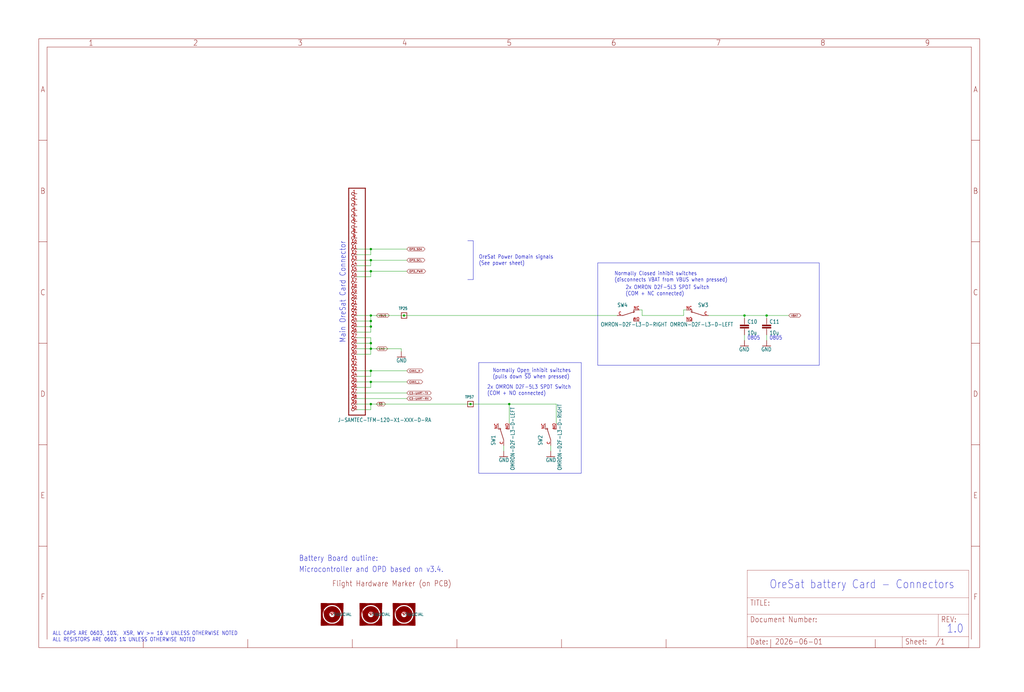
<source format=kicad_sch>
(kicad_sch (version 20230121) (generator eeschema)
  (paper "User" 469.9 317.551)
  (lib_symbols
    (symbol "oresat-batteries-eagle-import:C-EU0805-B-NOSILK"
      (property "Reference" "C" (at 1.524 0.381 0))
      (symbol "C-EU0805-B-NOSILK_1_0"
        (rectangle (start -2.032 -2.032) (end 2.032 -1.524) (fill (type outline)))
        (rectangle (start -2.032 -1.016) (end 2.032 -0.508) (fill (type outline)))
        (polyline (pts (xy 0 -2.54) (xy 0 -2.032)) (stroke (width 0.1524)))
        (polyline (pts (xy 0 0) (xy 0 -0.508)) (stroke (width 0.1524)))
        (pin passive line (at 0 2.54 270) (length 2.54) (name "1") (number "1"))
        (pin passive line (at 0 -5.08 90) (length 2.54) (name "2") (number "2"))
      )
    )
    (symbol "oresat-batteries-eagle-import:FIDUCIAL-1.0X2.0"
      (symbol "FIDUCIAL-1.0X2.0_1_0"
        (rectangle (start -5.08 -5.08) (end -3.556 -2.54) (fill (type outline)))
        (rectangle (start -5.08 -5.08) (end -2.54 -3.556) (fill (type outline)))
        (rectangle (start -5.08 2.54) (end -3.556 5.08) (fill (type outline)))
        (rectangle (start -5.08 3.556) (end -2.54 5.08) (fill (type outline)))
        (polyline (pts (xy -5.08 -5.08) (xy -5.08 5.08)) (stroke (width 0.127)))
        (polyline (pts (xy -5.08 -5.08) (xy 5.08 -5.08)) (stroke (width 0.127)))
        (polyline (pts (xy -5.08 5.08) (xy 5.08 5.08)) (stroke (width 0.127)))
        (polyline (pts (xy -4.699 2.54) (xy -4.699 -2.54)) (stroke (width 0.762)))
        (polyline (pts (xy -2.54 -4.699) (xy 2.54 -4.699)) (stroke (width 0.762)))
        (polyline (pts (xy -2.54 4.699) (xy 2.54 4.699)) (stroke (width 0.762)))
        (polyline (pts (xy 4.699 -2.54) (xy 4.699 2.54)) (stroke (width 0.762)))
        (polyline (pts (xy 5.08 5.08) (xy 5.08 -5.08)) (stroke (width 0.127)))
        (circle (center 0 0) (radius 2.54) (stroke (width 2.54)))
        (circle (center 0 0) (radius 4.699) (stroke (width 0.762)))
        (rectangle (start 2.54 -5.08) (end 5.08 -3.556) (fill (type outline)))
        (rectangle (start 2.54 3.556) (end 5.08 5.08) (fill (type outline)))
        (rectangle (start 3.556 -5.08) (end 5.08 -2.54) (fill (type outline)))
        (rectangle (start 3.556 2.54) (end 5.08 5.08) (fill (type outline)))
        (pin no_connect line (at 0 0 0) (length 0) (name "FIDUCIAL") (number "FIDUCIAL"))
      )
    )
    (symbol "oresat-batteries-eagle-import:FLIGHMARKERNEW"
      (symbol "FLIGHMARKERNEW_1_0"
        (text "Flight Hardware Marker (on PCB)" (at 0 0 0) (effects (font (size 2.54 2.159)) (justify left bottom)))
      )
    )
    (symbol "oresat-batteries-eagle-import:J-SAMTEC-TFM-120-X1-XXX-D-RA"
      (property "Reference" "J" (at -6.35 51.435 0))
      (symbol "J-SAMTEC-TFM-120-X1-XXX-D-RA_1_0"
        (polyline (pts (xy -6.35 -53.34) (xy 1.27 -53.34)) (stroke (width 0.4064)))
        (polyline (pts (xy -6.35 50.8) (xy -6.35 -53.34)) (stroke (width 0.4064)))
        (polyline (pts (xy 1.27 -53.34) (xy 1.27 50.8)) (stroke (width 0.4064)))
        (polyline (pts (xy 1.27 50.8) (xy -6.35 50.8)) (stroke (width 0.4064)))
        (pin passive inverted (at -2.54 48.26 0) (length 2.54) (name "1") (number "1"))
        (pin passive inverted (at -2.54 25.4 0) (length 2.54) (name "10") (number "10"))
        (pin passive inverted (at -2.54 22.86 0) (length 2.54) (name "11") (number "11"))
        (pin passive inverted (at -2.54 20.32 0) (length 2.54) (name "12") (number "12"))
        (pin passive inverted (at -2.54 17.78 0) (length 2.54) (name "13") (number "13"))
        (pin passive inverted (at -2.54 15.24 0) (length 2.54) (name "14") (number "14"))
        (pin passive inverted (at -2.54 12.7 0) (length 2.54) (name "15") (number "15"))
        (pin passive inverted (at -2.54 10.16 0) (length 2.54) (name "16") (number "16"))
        (pin passive inverted (at -2.54 7.62 0) (length 2.54) (name "17") (number "17"))
        (pin passive inverted (at -2.54 5.08 0) (length 2.54) (name "18") (number "18"))
        (pin passive inverted (at -2.54 2.54 0) (length 2.54) (name "19") (number "19"))
        (pin passive inverted (at -2.54 45.72 0) (length 2.54) (name "2") (number "2"))
        (pin passive inverted (at -2.54 0 0) (length 2.54) (name "20") (number "20"))
        (pin passive inverted (at -2.54 -2.54 0) (length 2.54) (name "21") (number "21"))
        (pin passive inverted (at -2.54 -5.08 0) (length 2.54) (name "22") (number "22"))
        (pin passive inverted (at -2.54 -7.62 0) (length 2.54) (name "23") (number "23"))
        (pin passive inverted (at -2.54 -10.16 0) (length 2.54) (name "24") (number "24"))
        (pin passive inverted (at -2.54 -12.7 0) (length 2.54) (name "25") (number "25"))
        (pin passive inverted (at -2.54 -15.24 0) (length 2.54) (name "26") (number "26"))
        (pin passive inverted (at -2.54 -17.78 0) (length 2.54) (name "27") (number "27"))
        (pin passive inverted (at -2.54 -20.32 0) (length 2.54) (name "28") (number "28"))
        (pin passive inverted (at -2.54 -22.86 0) (length 2.54) (name "29") (number "29"))
        (pin passive inverted (at -2.54 43.18 0) (length 2.54) (name "3") (number "3"))
        (pin passive inverted (at -2.54 -25.4 0) (length 2.54) (name "30") (number "30"))
        (pin passive inverted (at -2.54 -27.94 0) (length 2.54) (name "31") (number "31"))
        (pin passive inverted (at -2.54 -30.48 0) (length 2.54) (name "32") (number "32"))
        (pin passive inverted (at -2.54 -33.02 0) (length 2.54) (name "33") (number "33"))
        (pin passive inverted (at -2.54 -35.56 0) (length 2.54) (name "34") (number "34"))
        (pin passive inverted (at -2.54 -38.1 0) (length 2.54) (name "35") (number "35"))
        (pin passive inverted (at -2.54 -40.64 0) (length 2.54) (name "36") (number "36"))
        (pin passive inverted (at -2.54 -43.18 0) (length 2.54) (name "37") (number "37"))
        (pin passive inverted (at -2.54 -45.72 0) (length 2.54) (name "38") (number "38"))
        (pin passive inverted (at -2.54 -48.26 0) (length 2.54) (name "39") (number "39"))
        (pin passive inverted (at -2.54 40.64 0) (length 2.54) (name "4") (number "4"))
        (pin passive inverted (at -2.54 -50.8 0) (length 2.54) (name "40") (number "40"))
        (pin passive inverted (at -2.54 38.1 0) (length 2.54) (name "5") (number "5"))
        (pin passive inverted (at -2.54 35.56 0) (length 2.54) (name "6") (number "6"))
        (pin passive inverted (at -2.54 33.02 0) (length 2.54) (name "7") (number "7"))
        (pin passive inverted (at -2.54 30.48 0) (length 2.54) (name "8") (number "8"))
        (pin passive inverted (at -2.54 27.94 0) (length 2.54) (name "9") (number "9"))
      )
    )
    (symbol "oresat-batteries-eagle-import:OMRON-D2F-L3-D-LEFT"
      (property "Reference" "SW" (at -5.08 3.81 0))
      (symbol "OMRON-D2F-L3-D-LEFT_1_0"
        (polyline (pts (xy -2.54 0) (xy 3.048 1.778)) (stroke (width 0.254)))
        (polyline (pts (xy 2.54 -2.54) (xy 2.54 -1.27)) (stroke (width 0.254)))
        (polyline (pts (xy 2.54 2.54) (xy 2.54 1.27)) (stroke (width 0.254)))
        (pin passive line (at -5.08 0 0) (length 2.54) (name "COM") (number "C"))
        (pin passive line (at 5.08 2.54 180) (length 2.54) (name "NC") (number "NC"))
        (pin passive line (at 5.08 -2.54 180) (length 2.54) (name "NO") (number "NO"))
      )
    )
    (symbol "oresat-batteries-eagle-import:OMRON-D2F-L3-D-RIGHT"
      (property "Reference" "SW" (at -5.08 3.81 0))
      (symbol "OMRON-D2F-L3-D-RIGHT_1_0"
        (polyline (pts (xy -2.54 0) (xy 3.048 1.778)) (stroke (width 0.254)))
        (polyline (pts (xy 2.54 -2.54) (xy 2.54 -1.27)) (stroke (width 0.254)))
        (polyline (pts (xy 2.54 2.54) (xy 2.54 1.27)) (stroke (width 0.254)))
        (pin passive line (at -5.08 0 0) (length 2.54) (name "COM") (number "C"))
        (pin passive line (at 5.08 2.54 180) (length 2.54) (name "NC") (number "NC"))
        (pin passive line (at 5.08 -2.54 180) (length 2.54) (name "NO") (number "NO"))
      )
    )
    (symbol "oresat-batteries-eagle-import:TEST-POINT-LARGE-SQUARE"
      (property "Reference" "TP" (at -2.54 2.54 0))
      (symbol "TEST-POINT-LARGE-SQUARE_1_0"
        (polyline (pts (xy -1.27 -1.27) (xy -1.27 1.27)) (stroke (width 0.254)))
        (polyline (pts (xy -1.27 1.27) (xy 1.27 1.27)) (stroke (width 0.254)))
        (polyline (pts (xy 1.27 -1.27) (xy -1.27 -1.27)) (stroke (width 0.254)))
        (polyline (pts (xy 1.27 1.27) (xy 1.27 -1.27)) (stroke (width 0.254)))
        (pin passive line (at 0 0 0) (length 0) (name "1") (number "1"))
      )
    )
    (symbol "oresat-batteries-eagle-import:frames_FRAME_B_L"
      (symbol "frames_FRAME_B_L_1_0"
        (polyline (pts (xy 0 46.5667) (xy 3.81 46.5667)))
        (polyline (pts (xy 0 93.1333) (xy 3.81 93.1333)))
        (polyline (pts (xy 0 139.7) (xy 3.81 139.7)))
        (polyline (pts (xy 0 186.2667) (xy 3.81 186.2667)))
        (polyline (pts (xy 0 232.8333) (xy 3.81 232.8333)))
        (polyline (pts (xy 3.81 3.81) (xy 3.81 275.59)))
        (polyline (pts (xy 47.9778 0) (xy 47.9778 3.81)))
        (polyline (pts (xy 95.9556 0) (xy 95.9556 3.81)))
        (polyline (pts (xy 143.9333 0) (xy 143.9333 3.81)))
        (polyline (pts (xy 191.9111 0) (xy 191.9111 3.81)))
        (polyline (pts (xy 239.8889 0) (xy 239.8889 3.81)))
        (polyline (pts (xy 287.8667 0) (xy 287.8667 3.81)))
        (polyline (pts (xy 335.8444 0) (xy 335.8444 3.81)))
        (polyline (pts (xy 383.8222 0) (xy 383.8222 3.81)))
        (polyline (pts (xy 427.99 3.81) (xy 427.99 275.59)))
        (polyline (pts (xy 427.99 46.5667) (xy 431.8 46.5667)))
        (polyline (pts (xy 427.99 93.1333) (xy 431.8 93.1333)))
        (polyline (pts (xy 427.99 139.7) (xy 431.8 139.7)))
        (polyline (pts (xy 427.99 186.2667) (xy 431.8 186.2667)))
        (polyline (pts (xy 427.99 232.8333) (xy 431.8 232.8333)))
        (polyline (pts (xy 427.99 275.59) (xy 3.81 275.59)))
        (polyline (pts (xy 0 0) (xy 431.8 0) (xy 431.8 279.4) (xy 0 279.4) (xy 0 0)))
        (text "1" (at 23.9889 277.495 0) (effects (font (size 2.54 2.286))))
        (text "2" (at 71.9667 277.495 0) (effects (font (size 2.54 2.286))))
        (text "3" (at 119.9444 277.495 0) (effects (font (size 2.54 2.286))))
        (text "4" (at 167.9222 277.495 0) (effects (font (size 2.54 2.286))))
        (text "5" (at 215.9 277.495 0) (effects (font (size 2.54 2.286))))
        (text "6" (at 263.8778 277.495 0) (effects (font (size 2.54 2.286))))
        (text "7" (at 311.8556 277.495 0) (effects (font (size 2.54 2.286))))
        (text "8" (at 359.8333 277.495 0) (effects (font (size 2.54 2.286))))
        (text "9" (at 407.8111 277.495 0) (effects (font (size 2.54 2.286))))
        (text "A" (at 1.905 256.1167 0) (effects (font (size 2.54 2.286))))
        (text "A" (at 429.895 256.1167 0) (effects (font (size 2.54 2.286))))
        (text "B" (at 1.905 209.55 0) (effects (font (size 2.54 2.286))))
        (text "B" (at 429.895 209.55 0) (effects (font (size 2.54 2.286))))
        (text "C" (at 1.905 162.9833 0) (effects (font (size 2.54 2.286))))
        (text "C" (at 429.895 162.9833 0) (effects (font (size 2.54 2.286))))
        (text "D" (at 1.905 116.4167 0) (effects (font (size 2.54 2.286))))
        (text "D" (at 429.895 116.4167 0) (effects (font (size 2.54 2.286))))
        (text "E" (at 1.905 69.85 0) (effects (font (size 2.54 2.286))))
        (text "E" (at 429.895 69.85 0) (effects (font (size 2.54 2.286))))
        (text "F" (at 1.905 23.2833 0) (effects (font (size 2.54 2.286))))
        (text "F" (at 429.895 23.2833 0) (effects (font (size 2.54 2.286))))
      )
      (symbol "frames_FRAME_B_L_2_0"
        (polyline (pts (xy 0 0) (xy 0 5.08)) (stroke (width 0.1016)))
        (polyline (pts (xy 0 0) (xy 71.12 0)) (stroke (width 0.1016)))
        (polyline (pts (xy 0 5.08) (xy 0 15.24)) (stroke (width 0.1016)))
        (polyline (pts (xy 0 5.08) (xy 71.12 5.08)) (stroke (width 0.1016)))
        (polyline (pts (xy 0 15.24) (xy 0 22.86)) (stroke (width 0.1016)))
        (polyline (pts (xy 0 22.86) (xy 0 35.56)) (stroke (width 0.1016)))
        (polyline (pts (xy 0 22.86) (xy 101.6 22.86)) (stroke (width 0.1016)))
        (polyline (pts (xy 71.12 0) (xy 101.6 0)) (stroke (width 0.1016)))
        (polyline (pts (xy 71.12 5.08) (xy 71.12 0)) (stroke (width 0.1016)))
        (polyline (pts (xy 71.12 5.08) (xy 87.63 5.08)) (stroke (width 0.1016)))
        (polyline (pts (xy 87.63 5.08) (xy 101.6 5.08)) (stroke (width 0.1016)))
        (polyline (pts (xy 87.63 15.24) (xy 0 15.24)) (stroke (width 0.1016)))
        (polyline (pts (xy 87.63 15.24) (xy 87.63 5.08)) (stroke (width 0.1016)))
        (polyline (pts (xy 101.6 5.08) (xy 101.6 0)) (stroke (width 0.1016)))
        (polyline (pts (xy 101.6 15.24) (xy 87.63 15.24)) (stroke (width 0.1016)))
        (polyline (pts (xy 101.6 15.24) (xy 101.6 5.08)) (stroke (width 0.1016)))
        (polyline (pts (xy 101.6 22.86) (xy 101.6 15.24)) (stroke (width 0.1016)))
        (polyline (pts (xy 101.6 35.56) (xy 0 35.56)) (stroke (width 0.1016)))
        (polyline (pts (xy 101.6 35.56) (xy 101.6 22.86)) (stroke (width 0.1016)))
        (text "${#}/${##}" (at 86.36 1.27 0) (effects (font (size 2.54 2.159)) (justify left bottom)))
        (text "${CURRENT_DATE}" (at 12.7 1.27 0) (effects (font (size 2.54 2.159)) (justify left bottom)))
        (text "${PROJECTNAME}" (at 17.78 19.05 0) (effects (font (size 2.54 2.159)) (justify left bottom)))
        (text "Date:" (at 1.27 1.27 0) (effects (font (size 2.54 2.159)) (justify left bottom)))
        (text "Document Number:" (at 1.27 11.43 0) (effects (font (size 2.54 2.159)) (justify left bottom)))
        (text "REV:" (at 88.9 11.43 0) (effects (font (size 2.54 2.159)) (justify left bottom)))
        (text "Sheet:" (at 72.39 1.27 0) (effects (font (size 2.54 2.159)) (justify left bottom)))
        (text "TITLE:" (at 1.27 19.05 0) (effects (font (size 2.54 2.159)) (justify left bottom)))
      )
    )
    (symbol "oresat-batteries-eagle-import:supply1_GND" (power)
      (property "Value" "supply1_GND" (at -2.54 -2.54 0))
      (symbol "supply1_GND_1_0"
        (polyline (pts (xy -1.905 0) (xy 1.905 0)) (stroke (width 0.254)))
        (pin power_in line (at 0 2.54 270) (length 2.54) (name "GND") (number "1"))
      )
    )
  )
  (junction (at 170.18 149.86))
  (junction (at 170.18 119.38))
  (junction (at 170.18 147.32))
  (junction (at 351.79 144.78))
  (junction (at 215.9 185.42))
  (junction (at 185.42 144.78))
  (junction (at 170.18 175.26))
  (junction (at 233.68 185.42))
  (junction (at 170.18 160.02))
  (junction (at 170.18 144.78))
  (junction (at 170.18 185.42))
  (junction (at 170.18 114.3))
  (junction (at 170.18 157.48))
  (junction (at 341.63 144.78))
  (junction (at 170.18 124.46))
  (junction (at 170.18 170.18))
  (wire (pts (xy 163.83 157.48) (xy 170.18 157.48)) (stroke (width 0.1524)))
  (polyline (pts (xy 217.17 110.49) (xy 217.17 128.27)) (stroke (width 0.1524) (type solid)))
  (wire (pts (xy 170.18 144.78) (xy 170.18 147.32)) (stroke (width 0.1524)))
  (polyline (pts (xy 375.92 167.64) (xy 375.92 120.65)) (stroke (width 0.1524) (type solid)))
  (wire (pts (xy 231.14 204.47) (xy 231.14 207.01)) (stroke (width 0.1524)))
  (wire (pts (xy 170.18 152.4) (xy 170.18 149.86)) (stroke (width 0.1524)))
  (wire (pts (xy 325.12 144.78) (xy 341.63 144.78)) (stroke (width 0.1524)))
  (wire (pts (xy 184.15 160.02) (xy 184.15 161.29)) (stroke (width 0.1524)))
  (wire (pts (xy 163.83 182.88) (xy 186.69 182.88)) (stroke (width 0.1524)))
  (wire (pts (xy 170.18 157.48) (xy 170.18 160.02)) (stroke (width 0.1524)))
  (wire (pts (xy 170.18 124.46) (xy 186.69 124.46)) (stroke (width 0.1524)))
  (wire (pts (xy 163.83 180.34) (xy 186.69 180.34)) (stroke (width 0.1524)))
  (wire (pts (xy 170.18 185.42) (xy 215.9 185.42)) (stroke (width 0.1524)))
  (polyline (pts (xy 274.32 167.64) (xy 375.92 167.64)) (stroke (width 0.1524) (type solid)))
  (wire (pts (xy 163.83 160.02) (xy 170.18 160.02)) (stroke (width 0.1524)))
  (wire (pts (xy 163.83 170.18) (xy 170.18 170.18)) (stroke (width 0.1524)))
  (wire (pts (xy 185.42 144.78) (xy 283.21 144.78)) (stroke (width 0.1524)))
  (wire (pts (xy 170.18 177.8) (xy 170.18 175.26)) (stroke (width 0.1524)))
  (wire (pts (xy 163.83 149.86) (xy 170.18 149.86)) (stroke (width 0.1524)))
  (wire (pts (xy 170.18 160.02) (xy 184.15 160.02)) (stroke (width 0.1524)))
  (wire (pts (xy 170.18 172.72) (xy 170.18 170.18)) (stroke (width 0.1524)))
  (wire (pts (xy 170.18 187.96) (xy 170.18 185.42)) (stroke (width 0.1524)))
  (polyline (pts (xy 375.92 120.65) (xy 274.32 120.65)) (stroke (width 0.1524) (type solid)))
  (wire (pts (xy 341.63 146.05) (xy 341.63 144.78)) (stroke (width 0.1524)))
  (polyline (pts (xy 217.17 128.27) (xy 214.63 128.27)) (stroke (width 0.1524) (type solid)))
  (wire (pts (xy 294.64 144.78) (xy 313.69 144.78)) (stroke (width 0.1524)))
  (wire (pts (xy 163.83 127) (xy 170.18 127)) (stroke (width 0.1524)))
  (wire (pts (xy 170.18 175.26) (xy 186.69 175.26)) (stroke (width 0.1524)))
  (wire (pts (xy 163.83 187.96) (xy 170.18 187.96)) (stroke (width 0.1524)))
  (wire (pts (xy 233.68 194.31) (xy 233.68 185.42)) (stroke (width 0.1524)))
  (wire (pts (xy 163.83 162.56) (xy 170.18 162.56)) (stroke (width 0.1524)))
  (wire (pts (xy 170.18 157.48) (xy 170.18 154.94)) (stroke (width 0.1524)))
  (wire (pts (xy 163.83 121.92) (xy 170.18 121.92)) (stroke (width 0.1524)))
  (wire (pts (xy 255.27 194.31) (xy 255.27 185.42)) (stroke (width 0.1524)))
  (polyline (pts (xy 214.63 110.49) (xy 217.17 110.49)) (stroke (width 0.1524) (type solid)))
  (wire (pts (xy 170.18 185.42) (xy 163.83 185.42)) (stroke (width 0.1524)))
  (wire (pts (xy 170.18 127) (xy 170.18 124.46)) (stroke (width 0.1524)))
  (wire (pts (xy 163.83 175.26) (xy 170.18 175.26)) (stroke (width 0.1524)))
  (wire (pts (xy 351.79 153.67) (xy 351.79 156.21)) (stroke (width 0.1524)))
  (wire (pts (xy 170.18 124.46) (xy 163.83 124.46)) (stroke (width 0.1524)))
  (wire (pts (xy 341.63 153.67) (xy 341.63 156.21)) (stroke (width 0.1524)))
  (wire (pts (xy 163.83 116.84) (xy 170.18 116.84)) (stroke (width 0.1524)))
  (wire (pts (xy 163.83 172.72) (xy 170.18 172.72)) (stroke (width 0.1524)))
  (polyline (pts (xy 274.32 120.65) (xy 274.32 167.64)) (stroke (width 0.1524) (type solid)))
  (wire (pts (xy 170.18 116.84) (xy 170.18 114.3)) (stroke (width 0.1524)))
  (wire (pts (xy 313.69 144.78) (xy 313.69 142.24)) (stroke (width 0.1524)))
  (wire (pts (xy 170.18 144.78) (xy 185.42 144.78)) (stroke (width 0.1524)))
  (wire (pts (xy 341.63 144.78) (xy 351.79 144.78)) (stroke (width 0.1524)))
  (wire (pts (xy 215.9 185.42) (xy 233.68 185.42)) (stroke (width 0.1524)))
  (wire (pts (xy 186.69 114.3) (xy 170.18 114.3)) (stroke (width 0.1524)))
  (wire (pts (xy 170.18 147.32) (xy 163.83 147.32)) (stroke (width 0.1524)))
  (wire (pts (xy 170.18 121.92) (xy 170.18 119.38)) (stroke (width 0.1524)))
  (wire (pts (xy 170.18 119.38) (xy 186.69 119.38)) (stroke (width 0.1524)))
  (wire (pts (xy 163.83 152.4) (xy 170.18 152.4)) (stroke (width 0.1524)))
  (polyline (pts (xy 266.7 217.17) (xy 266.7 166.37)) (stroke (width 0.1524) (type solid)))
  (wire (pts (xy 313.69 142.24) (xy 314.96 142.24)) (stroke (width 0.1524)))
  (polyline (pts (xy 219.71 166.37) (xy 219.71 217.17)) (stroke (width 0.1524) (type solid)))
  (wire (pts (xy 170.18 162.56) (xy 170.18 160.02)) (stroke (width 0.1524)))
  (polyline (pts (xy 219.71 217.17) (xy 266.7 217.17)) (stroke (width 0.1524) (type solid)))
  (wire (pts (xy 294.64 142.24) (xy 294.64 144.78)) (stroke (width 0.1524)))
  (wire (pts (xy 170.18 119.38) (xy 163.83 119.38)) (stroke (width 0.1524)))
  (wire (pts (xy 293.37 142.24) (xy 294.64 142.24)) (stroke (width 0.1524)))
  (polyline (pts (xy 266.7 166.37) (xy 219.71 166.37)) (stroke (width 0.1524) (type solid)))
  (wire (pts (xy 163.83 177.8) (xy 170.18 177.8)) (stroke (width 0.1524)))
  (wire (pts (xy 351.79 146.05) (xy 351.79 144.78)) (stroke (width 0.1524)))
  (wire (pts (xy 163.83 144.78) (xy 170.18 144.78)) (stroke (width 0.1524)))
  (wire (pts (xy 163.83 154.94) (xy 170.18 154.94)) (stroke (width 0.1524)))
  (wire (pts (xy 351.79 144.78) (xy 361.95 144.78)) (stroke (width 0.1524)))
  (wire (pts (xy 170.18 114.3) (xy 163.83 114.3)) (stroke (width 0.1524)))
  (wire (pts (xy 233.68 185.42) (xy 255.27 185.42)) (stroke (width 0.1524)))
  (wire (pts (xy 252.73 207.01) (xy 252.73 204.47)) (stroke (width 0.1524)))
  (wire (pts (xy 170.18 149.86) (xy 170.18 147.32)) (stroke (width 0.1524)))
  (wire (pts (xy 170.18 170.18) (xy 186.69 170.18)) (stroke (width 0.1524)))
  (text "Battery Board outline:" (at 137.16 257.81 0) (effects (font (size 2.54 2.159)) (justify left bottom)))
  (text "OreSat Power Domain signals\n(See power sheet)" (at 219.71 121.92 0) (effects (font (size 1.778 1.5113)) (justify left bottom)))
  (text "OreSat battery Card - Connectors" (at 353.06 270.51 0) (effects (font (size 3.81 3.2385)) (justify left bottom)))
  (text "2x OMRON D2F-5L3 SPDT Switch\n(COM + NC connected)" (at 287.02 135.89 0) (effects (font (size 1.778 1.5113)) (justify left bottom)))
  (text "ALL CAPS ARE 0603, 10%,  X5R, WV >= 16 V UNLESS OTHERWISE NOTED\nALL RESISTORS ARE 0603 1% UNLESS OTHERWISE NOTED" (at 24.13 294.64 0) (effects (font (size 1.778 1.5113)) (justify left bottom)))
  (text "Main OreSat Card Connector" (at 158.75 157.48 90) (effects (font (size 2.54 2.159)) (justify left bottom)))
  (text "0805" (at 353.06 156.21 0) (effects (font (size 1.778 1.5113)) (justify left bottom)))
  (text "Microcontroller and OPD based on v3.4." (at 137.16 262.89 0) (effects (font (size 2.54 2.159)) (justify left bottom)))
  (text "1.0" (at 434.34 290.83 0) (effects (font (size 3.81 3.2385)) (justify left bottom)))
  (text "Normally Open inhibit switches\n(pulls down ~{SD} when pressed)" (at 226.06 173.99 0) (effects (font (size 1.778 1.5113)) (justify left bottom)))
  (text "2x OMRON D2F-5L3 SPDT Switch\n(COM + NO connected)" (at 223.52 181.61 0) (effects (font (size 1.778 1.5113)) (justify left bottom)))
  (text "Normally Closed inhibit switches\n(disconnects VBAT from VBUS when pressed)" (at 281.94 129.54 0) (effects (font (size 1.778 1.5113)) (justify left bottom)))
  (text "0805" (at 342.9 156.21 0) (effects (font (size 1.778 1.5113)) (justify left bottom)))
  (global_label "CAN1_H" (shape bidirectional) (at 186.69 170.18 0) (effects (font (size 0.889 0.889))) (property "Intersheetrefs" "${INTERSHEET_REFS}" (effects hide)))
  (global_label "C3-UART-RX" (shape bidirectional) (at 186.69 182.88 0) (effects (font (size 0.889 0.889))) (property "Intersheetrefs" "${INTERSHEET_REFS}" (effects hide)))
  (global_label "OPD_SCL" (shape bidirectional) (at 186.69 119.38 0) (effects (font (size 0.889 0.889))) (property "Intersheetrefs" "${INTERSHEET_REFS}" (effects hide)))
  (global_label "VBAT" (shape bidirectional) (at 361.95 144.78 0) (effects (font (size 0.889 0.889))) (property "Intersheetrefs" "${INTERSHEET_REFS}" (effects hide)))
  (global_label "CAN1_L" (shape bidirectional) (at 186.69 175.26 0) (effects (font (size 0.889 0.889))) (property "Intersheetrefs" "${INTERSHEET_REFS}" (effects hide)))
  (global_label "OPD_SDA" (shape bidirectional) (at 186.69 114.3 0) (effects (font (size 0.889 0.889))) (property "Intersheetrefs" "${INTERSHEET_REFS}" (effects hide)))
  (global_label "OPD_PWR" (shape bidirectional) (at 186.69 124.46 0) (effects (font (size 0.889 0.889))) (property "Intersheetrefs" "${INTERSHEET_REFS}" (effects hide)))
  (global_label "~{SD}" (shape bidirectional) (at 172.72 185.42 0) (effects (font (size 0.889 0.889))) (property "Intersheetrefs" "${INTERSHEET_REFS}" (effects hide)))
  (global_label "C3-UART-TX" (shape bidirectional) (at 186.69 180.34 0) (effects (font (size 0.889 0.889))) (property "Intersheetrefs" "${INTERSHEET_REFS}" (effects hide)))
  (global_label "GND" (shape bidirectional) (at 172.72 160.02 0) (effects (font (size 0.889 0.889))) (property "Intersheetrefs" "${INTERSHEET_REFS}" (effects hide)))
  (global_label "VBUS" (shape bidirectional) (at 172.72 144.78 0) (effects (font (size 0.889 0.889))) (property "Intersheetrefs" "${INTERSHEET_REFS}" (effects hide)))
  (symbol (lib_id "oresat-batteries-eagle-import:C-EU0805-B-NOSILK") (at 351.79 148.59 0) (unit 1)
    (property "Reference" "C11" (at 353.06 148.59 0) (effects (font (size 1.778 1.5113)) (justify left bottom)))
    (property "Value" "10u" (at 353.06 153.67 0) (effects (font (size 1.778 1.5113)) (justify left bottom)))
    (property "Footprint" "oresat-batteries:.0805-B-NOSILK" (effects hide))
    (property "DIS" "Digi-Key" (effects hide))
    (property "DPN" "1276-2893-1-ND" (effects hide))
    (property "MFR" "Samsung" (effects hide))
    (property "MPN" "CL21A106KOFNNNE" (effects hide))
  )
  (symbol (lib_id "oresat-batteries-eagle-import:supply1_GND") (at 231.14 209.55 0) (mirror y) (unit 1)
    (property "Reference" "#GND072" (effects hide))
    (property "Value" "GND" (at 233.68 212.09 0) (effects (font (size 1.778 1.5113)) (justify left bottom)))
  )
  (symbol (lib_id "oresat-batteries-eagle-import:TEST-POINT-LARGE-SQUARE") (at 215.9 185.42 0) (unit 1)
    (property "Reference" "TP57" (at 213.36 182.88 0) (effects (font (size 1.27 1.0795)) (justify left bottom)))
    (property "Value" "TEST-POINT-LARGE-SQUARE" (effects hide))
    (property "Footprint" "oresat-batteries:1X01" (effects hide))
  )
  (symbol (lib_id "oresat-batteries-eagle-import:frames_FRAME_B_L") (at 342.9 297.18 0) (unit 2)
    (property "Reference" "#FRAME1" (effects hide))
    (property "Value" "FRAME_B_L" (effects hide))
  )
  (symbol (lib_id "oresat-batteries-eagle-import:OMRON-D2F-L3-D-LEFT") (at 320.04 144.78 0) (mirror y) (unit 1)
    (property "Reference" "SW3" (at 325.12 140.97 0) (effects (font (size 1.778 1.5113)) (justify left bottom)))
    (property "Value" "OMRON-D2F-L3-D-LEFT" (at 336.55 149.86 0) (effects (font (size 1.778 1.5113)) (justify left bottom)))
    (property "Footprint" "oresat-batteries:D2F-L3-D-HORIZONTAL-L" (effects hide))
  )
  (symbol (lib_id "oresat-batteries-eagle-import:supply1_GND") (at 341.63 158.75 0) (unit 1)
    (property "Reference" "#GND036" (effects hide))
    (property "Value" "GND" (at 339.09 161.29 0) (effects (font (size 1.778 1.5113)) (justify left bottom)))
  )
  (symbol (lib_id "oresat-batteries-eagle-import:OMRON-D2F-L3-D-RIGHT") (at 288.29 144.78 0) (unit 1)
    (property "Reference" "SW4" (at 283.21 140.97 0) (effects (font (size 1.778 1.5113)) (justify left bottom)))
    (property "Value" "OMRON-D2F-L3-D-RIGHT" (at 275.59 149.86 0) (effects (font (size 1.778 1.5113)) (justify left bottom)))
    (property "Footprint" "oresat-batteries:D2F-L3-D-HORIZONTAL-R" (effects hide))
  )
  (symbol (lib_id "oresat-batteries-eagle-import:TEST-POINT-LARGE-SQUARE") (at 185.42 144.78 0) (unit 1)
    (property "Reference" "TP25" (at 182.88 142.24 0) (effects (font (size 1.27 1.0795)) (justify left bottom)))
    (property "Value" "TEST-POINT-LARGE-SQUARE" (effects hide))
    (property "Footprint" "oresat-batteries:1X01" (effects hide))
  )
  (symbol (lib_id "oresat-batteries-eagle-import:OMRON-D2F-L3-D-LEFT") (at 231.14 199.39 90) (unit 1)
    (property "Reference" "SW1" (at 227.33 204.47 0) (effects (font (size 1.778 1.5113)) (justify left bottom)))
    (property "Value" "OMRON-D2F-L3-D-LEFT" (at 236.22 215.9 0) (effects (font (size 1.778 1.5113)) (justify left bottom)))
    (property "Footprint" "oresat-batteries:D2F-L3-D-HORIZONTAL-L" (effects hide))
  )
  (symbol (lib_id "oresat-batteries-eagle-import:supply1_GND") (at 351.79 158.75 0) (unit 1)
    (property "Reference" "#GND037" (effects hide))
    (property "Value" "GND" (at 349.25 161.29 0) (effects (font (size 1.778 1.5113)) (justify left bottom)))
  )
  (symbol (lib_id "oresat-batteries-eagle-import:OMRON-D2F-L3-D-RIGHT") (at 252.73 199.39 90) (unit 1)
    (property "Reference" "SW2" (at 248.92 204.47 0) (effects (font (size 1.778 1.5113)) (justify left bottom)))
    (property "Value" "OMRON-D2F-L3-D-RIGHT" (at 257.81 215.9 0) (effects (font (size 1.778 1.5113)) (justify left bottom)))
    (property "Footprint" "oresat-batteries:D2F-L3-D-HORIZONTAL-R" (effects hide))
  )
  (symbol (lib_id "oresat-batteries-eagle-import:supply1_GND") (at 184.15 163.83 0) (mirror y) (unit 1)
    (property "Reference" "#GND01" (effects hide))
    (property "Value" "GND" (at 186.69 166.37 0) (effects (font (size 1.778 1.5113)) (justify left bottom)))
  )
  (symbol (lib_id "oresat-batteries-eagle-import:C-EU0805-B-NOSILK") (at 341.63 148.59 0) (unit 1)
    (property "Reference" "C10" (at 342.9 148.59 0) (effects (font (size 1.778 1.5113)) (justify left bottom)))
    (property "Value" "10u" (at 342.9 153.67 0) (effects (font (size 1.778 1.5113)) (justify left bottom)))
    (property "Footprint" "oresat-batteries:.0805-B-NOSILK" (effects hide))
    (property "DIS" "Digi-Key" (effects hide))
    (property "DPN" "1276-2893-1-ND" (effects hide))
    (property "MFR" "Samsung" (effects hide))
    (property "MPN" "CL21A106KOFNNNE" (effects hide))
  )
  (symbol (lib_id "oresat-batteries-eagle-import:FIDUCIAL-1.0X2.0") (at 170.18 281.94 0) (unit 1)
    (property "Reference" "FIDUCIAL2" (effects hide))
    (property "Value" "FIDUCIAL-1.0X2.0" (effects hide))
    (property "Footprint" "oresat-batteries:FIDUCIAL-1.0X2.0" (effects hide))
  )
  (symbol (lib_id "oresat-batteries-eagle-import:supply1_GND") (at 252.73 209.55 0) (mirror y) (unit 1)
    (property "Reference" "#GND073" (effects hide))
    (property "Value" "GND" (at 255.27 212.09 0) (effects (font (size 1.778 1.5113)) (justify left bottom)))
  )
  (symbol (lib_id "oresat-batteries-eagle-import:frames_FRAME_B_L") (at 17.78 297.18 0) (unit 1)
    (property "Reference" "#FRAME1" (effects hide))
    (property "Value" "FRAME_B_L" (effects hide))
  )
  (symbol (lib_id "oresat-batteries-eagle-import:J-SAMTEC-TFM-120-X1-XXX-D-RA") (at 161.29 137.16 0) (mirror y) (unit 1)
    (property "Reference" "J1" (effects hide))
    (property "Value" "J-SAMTEC-TFM-120-X1-XXX-D-RA" (at 154.94 191.77 0) (effects (font (size 1.778 1.5113)) (justify right top)))
    (property "Footprint" "oresat-batteries:J-SAMTEC-TFM-120-X1-XXX-D-RA" (effects hide))
    (property "MFR" "Samtec" (effects hide))
    (property "MPN" "TFM-120-01-L-D-RA" (effects hide))
  )
  (symbol (lib_id "oresat-batteries-eagle-import:FIDUCIAL-1.0X2.0") (at 152.4 281.94 0) (unit 1)
    (property "Reference" "FIDUCIAL1" (effects hide))
    (property "Value" "FIDUCIAL-1.0X2.0" (effects hide))
    (property "Footprint" "oresat-batteries:FIDUCIAL-1.0X2.0" (effects hide))
  )
  (symbol (lib_id "oresat-batteries-eagle-import:FIDUCIAL-1.0X2.0") (at 185.42 281.94 0) (unit 1)
    (property "Reference" "FIDUCIAL3" (effects hide))
    (property "Value" "FIDUCIAL-1.0X2.0" (effects hide))
    (property "Footprint" "oresat-batteries:FIDUCIAL-1.0X2.0" (effects hide))
  )
  (symbol (lib_id "oresat-batteries-eagle-import:FLIGHMARKERNEW") (at 152.4 269.24 0) (unit 1)
    (property "Reference" "U$1" (effects hide))
    (property "Value" "FLIGHMARKERNEW" (effects hide))
    (property "Footprint" "oresat-batteries:FLIGHTMARKER_NEW_BOARDS" (effects hide))
  )
)
</source>
